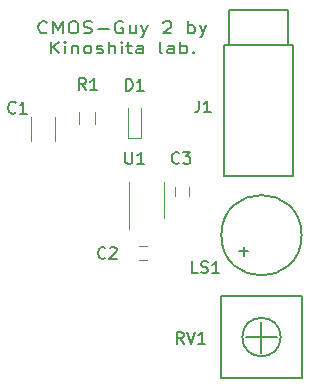
<source format=gto>
G04 #@! TF.GenerationSoftware,KiCad,Pcbnew,5.1.0*
G04 #@! TF.CreationDate,2019-04-07T16:46:14+09:00*
G04 #@! TF.ProjectId,micro_cmos_guy,6d696372-6f5f-4636-9d6f-735f6775792e,rev?*
G04 #@! TF.SameCoordinates,Original*
G04 #@! TF.FileFunction,Legend,Top*
G04 #@! TF.FilePolarity,Positive*
%FSLAX46Y46*%
G04 Gerber Fmt 4.6, Leading zero omitted, Abs format (unit mm)*
G04 Created by KiCad (PCBNEW 5.1.0) date 2019-04-07 16:46:14*
%MOMM*%
%LPD*%
G04 APERTURE LIST*
%ADD10C,0.200000*%
%ADD11C,0.120000*%
%ADD12C,0.150000*%
G04 APERTURE END LIST*
D10*
X110357142Y-87057142D02*
X110300000Y-87104761D01*
X110128571Y-87152380D01*
X110014285Y-87152380D01*
X109842857Y-87104761D01*
X109728571Y-87009523D01*
X109671428Y-86914285D01*
X109614285Y-86723809D01*
X109614285Y-86580952D01*
X109671428Y-86390476D01*
X109728571Y-86295238D01*
X109842857Y-86200000D01*
X110014285Y-86152380D01*
X110128571Y-86152380D01*
X110300000Y-86200000D01*
X110357142Y-86247619D01*
X110871428Y-87152380D02*
X110871428Y-86152380D01*
X111271428Y-86866666D01*
X111671428Y-86152380D01*
X111671428Y-87152380D01*
X112471428Y-86152380D02*
X112700000Y-86152380D01*
X112814285Y-86200000D01*
X112928571Y-86295238D01*
X112985714Y-86485714D01*
X112985714Y-86819047D01*
X112928571Y-87009523D01*
X112814285Y-87104761D01*
X112700000Y-87152380D01*
X112471428Y-87152380D01*
X112357142Y-87104761D01*
X112242857Y-87009523D01*
X112185714Y-86819047D01*
X112185714Y-86485714D01*
X112242857Y-86295238D01*
X112357142Y-86200000D01*
X112471428Y-86152380D01*
X113442857Y-87104761D02*
X113614285Y-87152380D01*
X113900000Y-87152380D01*
X114014285Y-87104761D01*
X114071428Y-87057142D01*
X114128571Y-86961904D01*
X114128571Y-86866666D01*
X114071428Y-86771428D01*
X114014285Y-86723809D01*
X113900000Y-86676190D01*
X113671428Y-86628571D01*
X113557142Y-86580952D01*
X113500000Y-86533333D01*
X113442857Y-86438095D01*
X113442857Y-86342857D01*
X113500000Y-86247619D01*
X113557142Y-86200000D01*
X113671428Y-86152380D01*
X113957142Y-86152380D01*
X114128571Y-86200000D01*
X114642857Y-86771428D02*
X115557142Y-86771428D01*
X116757142Y-86200000D02*
X116642857Y-86152380D01*
X116471428Y-86152380D01*
X116300000Y-86200000D01*
X116185714Y-86295238D01*
X116128571Y-86390476D01*
X116071428Y-86580952D01*
X116071428Y-86723809D01*
X116128571Y-86914285D01*
X116185714Y-87009523D01*
X116300000Y-87104761D01*
X116471428Y-87152380D01*
X116585714Y-87152380D01*
X116757142Y-87104761D01*
X116814285Y-87057142D01*
X116814285Y-86723809D01*
X116585714Y-86723809D01*
X117842857Y-86485714D02*
X117842857Y-87152380D01*
X117328571Y-86485714D02*
X117328571Y-87009523D01*
X117385714Y-87104761D01*
X117500000Y-87152380D01*
X117671428Y-87152380D01*
X117785714Y-87104761D01*
X117842857Y-87057142D01*
X118300000Y-86485714D02*
X118585714Y-87152380D01*
X118871428Y-86485714D02*
X118585714Y-87152380D01*
X118471428Y-87390476D01*
X118414285Y-87438095D01*
X118300000Y-87485714D01*
X120185714Y-86247619D02*
X120242857Y-86200000D01*
X120357142Y-86152380D01*
X120642857Y-86152380D01*
X120757142Y-86200000D01*
X120814285Y-86247619D01*
X120871428Y-86342857D01*
X120871428Y-86438095D01*
X120814285Y-86580952D01*
X120128571Y-87152380D01*
X120871428Y-87152380D01*
X122300000Y-87152380D02*
X122300000Y-86152380D01*
X122300000Y-86533333D02*
X122414285Y-86485714D01*
X122642857Y-86485714D01*
X122757142Y-86533333D01*
X122814285Y-86580952D01*
X122871428Y-86676190D01*
X122871428Y-86961904D01*
X122814285Y-87057142D01*
X122757142Y-87104761D01*
X122642857Y-87152380D01*
X122414285Y-87152380D01*
X122300000Y-87104761D01*
X123271428Y-86485714D02*
X123557142Y-87152380D01*
X123842857Y-86485714D02*
X123557142Y-87152380D01*
X123442857Y-87390476D01*
X123385714Y-87438095D01*
X123271428Y-87485714D01*
X110671428Y-88852380D02*
X110671428Y-87852380D01*
X111357142Y-88852380D02*
X110842857Y-88280952D01*
X111357142Y-87852380D02*
X110671428Y-88423809D01*
X111871428Y-88852380D02*
X111871428Y-88185714D01*
X111871428Y-87852380D02*
X111814285Y-87900000D01*
X111871428Y-87947619D01*
X111928571Y-87900000D01*
X111871428Y-87852380D01*
X111871428Y-87947619D01*
X112442857Y-88185714D02*
X112442857Y-88852380D01*
X112442857Y-88280952D02*
X112500000Y-88233333D01*
X112614285Y-88185714D01*
X112785714Y-88185714D01*
X112900000Y-88233333D01*
X112957142Y-88328571D01*
X112957142Y-88852380D01*
X113700000Y-88852380D02*
X113585714Y-88804761D01*
X113528571Y-88757142D01*
X113471428Y-88661904D01*
X113471428Y-88376190D01*
X113528571Y-88280952D01*
X113585714Y-88233333D01*
X113700000Y-88185714D01*
X113871428Y-88185714D01*
X113985714Y-88233333D01*
X114042857Y-88280952D01*
X114100000Y-88376190D01*
X114100000Y-88661904D01*
X114042857Y-88757142D01*
X113985714Y-88804761D01*
X113871428Y-88852380D01*
X113700000Y-88852380D01*
X114557142Y-88804761D02*
X114671428Y-88852380D01*
X114900000Y-88852380D01*
X115014285Y-88804761D01*
X115071428Y-88709523D01*
X115071428Y-88661904D01*
X115014285Y-88566666D01*
X114900000Y-88519047D01*
X114728571Y-88519047D01*
X114614285Y-88471428D01*
X114557142Y-88376190D01*
X114557142Y-88328571D01*
X114614285Y-88233333D01*
X114728571Y-88185714D01*
X114900000Y-88185714D01*
X115014285Y-88233333D01*
X115585714Y-88852380D02*
X115585714Y-87852380D01*
X116100000Y-88852380D02*
X116100000Y-88328571D01*
X116042857Y-88233333D01*
X115928571Y-88185714D01*
X115757142Y-88185714D01*
X115642857Y-88233333D01*
X115585714Y-88280952D01*
X116671428Y-88852380D02*
X116671428Y-88185714D01*
X116671428Y-87852380D02*
X116614285Y-87900000D01*
X116671428Y-87947619D01*
X116728571Y-87900000D01*
X116671428Y-87852380D01*
X116671428Y-87947619D01*
X117071428Y-88185714D02*
X117528571Y-88185714D01*
X117242857Y-87852380D02*
X117242857Y-88709523D01*
X117300000Y-88804761D01*
X117414285Y-88852380D01*
X117528571Y-88852380D01*
X118442857Y-88852380D02*
X118442857Y-88328571D01*
X118385714Y-88233333D01*
X118271428Y-88185714D01*
X118042857Y-88185714D01*
X117928571Y-88233333D01*
X118442857Y-88804761D02*
X118328571Y-88852380D01*
X118042857Y-88852380D01*
X117928571Y-88804761D01*
X117871428Y-88709523D01*
X117871428Y-88614285D01*
X117928571Y-88519047D01*
X118042857Y-88471428D01*
X118328571Y-88471428D01*
X118442857Y-88423809D01*
X120100000Y-88852380D02*
X119985714Y-88804761D01*
X119928571Y-88709523D01*
X119928571Y-87852380D01*
X121071428Y-88852380D02*
X121071428Y-88328571D01*
X121014285Y-88233333D01*
X120900000Y-88185714D01*
X120671428Y-88185714D01*
X120557142Y-88233333D01*
X121071428Y-88804761D02*
X120957142Y-88852380D01*
X120671428Y-88852380D01*
X120557142Y-88804761D01*
X120500000Y-88709523D01*
X120500000Y-88614285D01*
X120557142Y-88519047D01*
X120671428Y-88471428D01*
X120957142Y-88471428D01*
X121071428Y-88423809D01*
X121642857Y-88852380D02*
X121642857Y-87852380D01*
X121642857Y-88233333D02*
X121757142Y-88185714D01*
X121985714Y-88185714D01*
X122100000Y-88233333D01*
X122157142Y-88280952D01*
X122214285Y-88376190D01*
X122214285Y-88661904D01*
X122157142Y-88757142D01*
X122100000Y-88804761D01*
X121985714Y-88852380D01*
X121757142Y-88852380D01*
X121642857Y-88804761D01*
X122728571Y-88757142D02*
X122785714Y-88804761D01*
X122728571Y-88852380D01*
X122671428Y-88804761D01*
X122728571Y-88757142D01*
X122728571Y-88852380D01*
D11*
X108980000Y-94250000D02*
X108980000Y-96250000D01*
X111020000Y-96250000D02*
X111020000Y-94250000D01*
X118150000Y-105150000D02*
X118850000Y-105150000D01*
X118850000Y-106350000D02*
X118150000Y-106350000D01*
X121150000Y-100900000D02*
X121150000Y-100200000D01*
X122350000Y-100200000D02*
X122350000Y-100900000D01*
X117200000Y-96050000D02*
X117200000Y-93450000D01*
X118300000Y-96050000D02*
X118300000Y-93450000D01*
X117200000Y-96050000D02*
X118300000Y-96050000D01*
D12*
X128150000Y-99250000D02*
X131150000Y-99250000D01*
X131150000Y-99250000D02*
X131150000Y-88150000D01*
X131150000Y-88150000D02*
X128250000Y-88150000D01*
X128250000Y-88150000D02*
X125350000Y-88150000D01*
X125350000Y-88150000D02*
X125350000Y-99250000D01*
X125350000Y-99250000D02*
X128250000Y-99250000D01*
X130750000Y-88150000D02*
X130750000Y-85550000D01*
X125750000Y-88150000D02*
X125750000Y-87450000D01*
X125750000Y-88150000D02*
X125750000Y-85150000D01*
X125750000Y-85150000D02*
X130750000Y-85150000D01*
X130750000Y-85150000D02*
X130750000Y-85550000D01*
X131900000Y-104250000D02*
G75*
G03X131900000Y-104250000I-3400000J0D01*
G01*
D11*
X114430000Y-93850000D02*
X114430000Y-94850000D01*
X113070000Y-94850000D02*
X113070000Y-93850000D01*
D10*
X131900000Y-116300000D02*
X131900000Y-109400000D01*
X131900000Y-109400000D02*
X125100000Y-109400000D01*
X125100000Y-109400000D02*
X125100000Y-116300000D01*
X125100000Y-116300000D02*
X131900000Y-116300000D01*
D12*
X130127882Y-112872118D02*
G75*
G03X130127882Y-112872118I-1627882J0D01*
G01*
X127200000Y-112900000D02*
X129800000Y-112900000D01*
X128500000Y-111600000D02*
X128500000Y-114200000D01*
D11*
X117250000Y-99750000D02*
X117250000Y-103750000D01*
X120250000Y-99750000D02*
X120250000Y-102750000D01*
D12*
X107683333Y-93857142D02*
X107635714Y-93904761D01*
X107492857Y-93952380D01*
X107397619Y-93952380D01*
X107254761Y-93904761D01*
X107159523Y-93809523D01*
X107111904Y-93714285D01*
X107064285Y-93523809D01*
X107064285Y-93380952D01*
X107111904Y-93190476D01*
X107159523Y-93095238D01*
X107254761Y-93000000D01*
X107397619Y-92952380D01*
X107492857Y-92952380D01*
X107635714Y-93000000D01*
X107683333Y-93047619D01*
X108635714Y-93952380D02*
X108064285Y-93952380D01*
X108350000Y-93952380D02*
X108350000Y-92952380D01*
X108254761Y-93095238D01*
X108159523Y-93190476D01*
X108064285Y-93238095D01*
X115283333Y-106157142D02*
X115235714Y-106204761D01*
X115092857Y-106252380D01*
X114997619Y-106252380D01*
X114854761Y-106204761D01*
X114759523Y-106109523D01*
X114711904Y-106014285D01*
X114664285Y-105823809D01*
X114664285Y-105680952D01*
X114711904Y-105490476D01*
X114759523Y-105395238D01*
X114854761Y-105300000D01*
X114997619Y-105252380D01*
X115092857Y-105252380D01*
X115235714Y-105300000D01*
X115283333Y-105347619D01*
X115664285Y-105347619D02*
X115711904Y-105300000D01*
X115807142Y-105252380D01*
X116045238Y-105252380D01*
X116140476Y-105300000D01*
X116188095Y-105347619D01*
X116235714Y-105442857D01*
X116235714Y-105538095D01*
X116188095Y-105680952D01*
X115616666Y-106252380D01*
X116235714Y-106252380D01*
X121533333Y-98107142D02*
X121485714Y-98154761D01*
X121342857Y-98202380D01*
X121247619Y-98202380D01*
X121104761Y-98154761D01*
X121009523Y-98059523D01*
X120961904Y-97964285D01*
X120914285Y-97773809D01*
X120914285Y-97630952D01*
X120961904Y-97440476D01*
X121009523Y-97345238D01*
X121104761Y-97250000D01*
X121247619Y-97202380D01*
X121342857Y-97202380D01*
X121485714Y-97250000D01*
X121533333Y-97297619D01*
X121866666Y-97202380D02*
X122485714Y-97202380D01*
X122152380Y-97583333D01*
X122295238Y-97583333D01*
X122390476Y-97630952D01*
X122438095Y-97678571D01*
X122485714Y-97773809D01*
X122485714Y-98011904D01*
X122438095Y-98107142D01*
X122390476Y-98154761D01*
X122295238Y-98202380D01*
X122009523Y-98202380D01*
X121914285Y-98154761D01*
X121866666Y-98107142D01*
X117011904Y-92002380D02*
X117011904Y-91002380D01*
X117250000Y-91002380D01*
X117392857Y-91050000D01*
X117488095Y-91145238D01*
X117535714Y-91240476D01*
X117583333Y-91430952D01*
X117583333Y-91573809D01*
X117535714Y-91764285D01*
X117488095Y-91859523D01*
X117392857Y-91954761D01*
X117250000Y-92002380D01*
X117011904Y-92002380D01*
X118535714Y-92002380D02*
X117964285Y-92002380D01*
X118250000Y-92002380D02*
X118250000Y-91002380D01*
X118154761Y-91145238D01*
X118059523Y-91240476D01*
X117964285Y-91288095D01*
X123216666Y-92852380D02*
X123216666Y-93566666D01*
X123169047Y-93709523D01*
X123073809Y-93804761D01*
X122930952Y-93852380D01*
X122835714Y-93852380D01*
X124216666Y-93852380D02*
X123645238Y-93852380D01*
X123930952Y-93852380D02*
X123930952Y-92852380D01*
X123835714Y-92995238D01*
X123740476Y-93090476D01*
X123645238Y-93138095D01*
X123107142Y-107452380D02*
X122630952Y-107452380D01*
X122630952Y-106452380D01*
X123392857Y-107404761D02*
X123535714Y-107452380D01*
X123773809Y-107452380D01*
X123869047Y-107404761D01*
X123916666Y-107357142D01*
X123964285Y-107261904D01*
X123964285Y-107166666D01*
X123916666Y-107071428D01*
X123869047Y-107023809D01*
X123773809Y-106976190D01*
X123583333Y-106928571D01*
X123488095Y-106880952D01*
X123440476Y-106833333D01*
X123392857Y-106738095D01*
X123392857Y-106642857D01*
X123440476Y-106547619D01*
X123488095Y-106500000D01*
X123583333Y-106452380D01*
X123821428Y-106452380D01*
X123964285Y-106500000D01*
X124916666Y-107452380D02*
X124345238Y-107452380D01*
X124630952Y-107452380D02*
X124630952Y-106452380D01*
X124535714Y-106595238D01*
X124440476Y-106690476D01*
X124345238Y-106738095D01*
X126619047Y-105621428D02*
X127380952Y-105621428D01*
X127000000Y-106002380D02*
X127000000Y-105240476D01*
X113633333Y-91952380D02*
X113300000Y-91476190D01*
X113061904Y-91952380D02*
X113061904Y-90952380D01*
X113442857Y-90952380D01*
X113538095Y-91000000D01*
X113585714Y-91047619D01*
X113633333Y-91142857D01*
X113633333Y-91285714D01*
X113585714Y-91380952D01*
X113538095Y-91428571D01*
X113442857Y-91476190D01*
X113061904Y-91476190D01*
X114585714Y-91952380D02*
X114014285Y-91952380D01*
X114300000Y-91952380D02*
X114300000Y-90952380D01*
X114204761Y-91095238D01*
X114109523Y-91190476D01*
X114014285Y-91238095D01*
X121904761Y-113452380D02*
X121571428Y-112976190D01*
X121333333Y-113452380D02*
X121333333Y-112452380D01*
X121714285Y-112452380D01*
X121809523Y-112500000D01*
X121857142Y-112547619D01*
X121904761Y-112642857D01*
X121904761Y-112785714D01*
X121857142Y-112880952D01*
X121809523Y-112928571D01*
X121714285Y-112976190D01*
X121333333Y-112976190D01*
X122190476Y-112452380D02*
X122523809Y-113452380D01*
X122857142Y-112452380D01*
X123714285Y-113452380D02*
X123142857Y-113452380D01*
X123428571Y-113452380D02*
X123428571Y-112452380D01*
X123333333Y-112595238D01*
X123238095Y-112690476D01*
X123142857Y-112738095D01*
X116988095Y-97202380D02*
X116988095Y-98011904D01*
X117035714Y-98107142D01*
X117083333Y-98154761D01*
X117178571Y-98202380D01*
X117369047Y-98202380D01*
X117464285Y-98154761D01*
X117511904Y-98107142D01*
X117559523Y-98011904D01*
X117559523Y-97202380D01*
X118559523Y-98202380D02*
X117988095Y-98202380D01*
X118273809Y-98202380D02*
X118273809Y-97202380D01*
X118178571Y-97345238D01*
X118083333Y-97440476D01*
X117988095Y-97488095D01*
M02*

</source>
